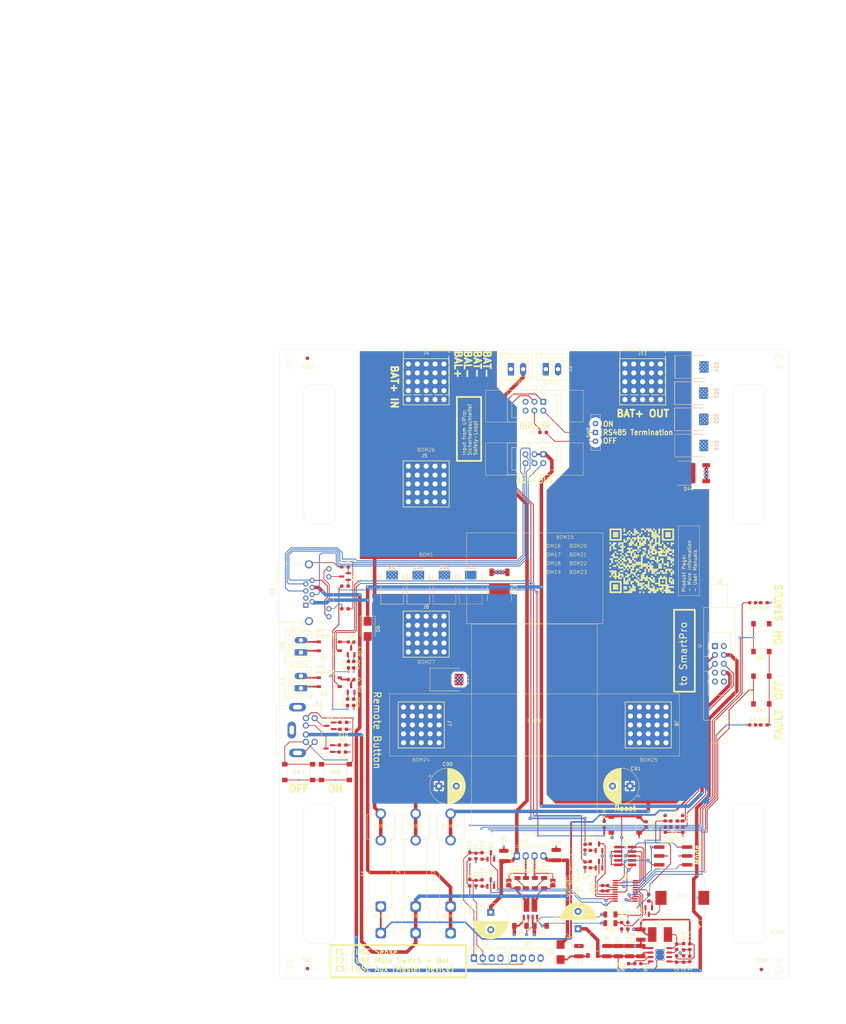
<source format=kicad_pcb>
(kicad_pcb
	(version 20241229)
	(generator "pcbnew")
	(generator_version "9.0")
	(general
		(thickness 1.627)
		(legacy_teardrops no)
	)
	(paper "A3" portrait)
	(layers
		(0 "F.Cu" signal)
		(4 "In1.Cu" signal)
		(6 "In2.Cu" signal)
		(8 "In3.Cu" signal)
		(10 "In4.Cu" signal)
		(2 "B.Cu" signal)
		(9 "F.Adhes" user "F.Adhesive")
		(11 "B.Adhes" user "B.Adhesive")
		(13 "F.Paste" user)
		(15 "B.Paste" user)
		(5 "F.SilkS" user "F.Silkscreen")
		(7 "B.SilkS" user "B.Silkscreen")
		(1 "F.Mask" user)
		(3 "B.Mask" user)
		(17 "Dwgs.User" user "User.Drawings")
		(19 "Cmts.User" user "User.Comments")
		(21 "Eco1.User" user "User.Eco1")
		(23 "Eco2.User" user "User.Eco2")
		(25 "Edge.Cuts" user)
		(27 "Margin" user)
		(31 "F.CrtYd" user "F.Courtyard")
		(29 "B.CrtYd" user "B.Courtyard")
		(35 "F.Fab" user)
		(33 "B.Fab" user)
		(39 "User.1" user)
		(41 "User.2" user)
		(43 "User.3" user)
		(45 "User.4" user)
		(47 "User.5" user)
		(49 "User.6" user)
		(51 "User.7" user)
		(53 "User.8" user)
		(55 "User.9" user)
	)
	(setup
		(stackup
			(layer "F.SilkS"
				(type "Top Silk Screen")
			)
			(layer "F.Paste"
				(type "Top Solder Paste")
			)
			(layer "F.Mask"
				(type "Top Solder Mask")
				(thickness 0.01)
			)
			(layer "F.Cu"
				(type "copper")
				(thickness 0.07)
			)
			(layer "dielectric 1"
				(type "prepreg")
				(thickness 0.1)
				(material "FR4")
				(epsilon_r 4.5)
				(loss_tangent 0.02)
			)
			(layer "In1.Cu"
				(type "copper")
				(thickness 0.07)
			)
			(layer "dielectric 2"
				(type "core")
				(thickness 0.4785)
				(material "FR4")
				(epsilon_r 4.5)
				(loss_tangent 0.02)
			)
			(layer "In2.Cu"
				(type "copper")
				(thickness 0.07)
			)
			(layer "dielectric 3"
				(type "prepreg")
				(thickness 0.1)
				(material "FR4")
				(epsilon_r 4.5)
				(loss_tangent 0.02)
			)
			(layer "In3.Cu"
				(type "copper")
				(thickness 0.035)
			)
			(layer "dielectric 4"
				(type "core")
				(thickness 0.4785)
				(material "FR4")
				(epsilon_r 4.5)
				(loss_tangent 0.02)
			)
			(layer "In4.Cu"
				(type "copper")
				(thickness 0.035)
			)
			(layer "dielectric 5"
				(type "prepreg")
				(thickness 0.1)
				(material "FR4")
				(epsilon_r 4.5)
				(loss_tangent 0.02)
			)
			(layer "B.Cu"
				(type "copper")
				(thickness 0.07)
			)
			(layer "B.Mask"
				(type "Bottom Solder Mask")
				(thickness 0.01)
			)
			(layer "B.Paste"
				(type "Bottom Solder Paste")
			)
			(layer "B.SilkS"
				(type "Bottom Silk Screen")
			)
			(copper_finish "None")
			(dielectric_constraints no)
		)
		(pad_to_mask_clearance 0)
		(allow_soldermask_bridges_in_footprints no)
		(tenting front back)
		(aux_axis_origin 100 120)
		(grid_origin 173 120)
		(pcbplotparams
			(layerselection 0x00000000_00000000_55555555_5755f5ff)
			(plot_on_all_layers_selection 0x00000000_00000000_00000000_00000000)
			(disableapertmacros no)
			(usegerberextensions no)
			(usegerberattributes yes)
			(usegerberadvancedattributes yes)
			(creategerberjobfile yes)
			(dashed_line_dash_ratio 12.000000)
			(dashed_line_gap_ratio 3.000000)
			(svgprecision 4)
			(plotframeref no)
			(mode 1)
			(useauxorigin no)
			(hpglpennumber 1)
			(hpglpenspeed 20)
			(hpglpendiameter 15.000000)
			(pdf_front_fp_property_popups yes)
			(pdf_back_fp_property_popups yes)
			(pdf_metadata yes)
			(pdf_single_document no)
			(dxfpolygonmode yes)
			(dxfimperialunits yes)
			(dxfusepcbnewfont yes)
			(psnegative no)
			(psa4output no)
			(plot_black_and_white yes)
			(plotinvisibletext no)
			(sketchpadsonfab no)
			(plotpadnumbers no)
			(hidednponfab no)
			(sketchdnponfab yes)
			(crossoutdnponfab yes)
			(subtractmaskfromsilk no)
			(outputformat 1)
			(mirror no)
			(drillshape 1)
			(scaleselection 1)
			(outputdirectory "")
		)
	)
	(net 0 "")
	(net 1 "GND")
	(net 2 "Net-(J10-Pin_3)")
	(net 3 "VCC")
	(net 4 "Net-(Q3-B)")
	(net 5 "/RESET")
	(net 6 "/SET")
	(net 7 "/Ub_FUSED")
	(net 8 "Net-(D3-K)")
	(net 9 "Net-(SW5-A)")
	(net 10 "/BMS_OK")
	(net 11 "Net-(U2-VIN)")
	(net 12 "Net-(U2-BST)")
	(net 13 "Net-(U2-SW)")
	(net 14 "Net-(C14-Pad1)")
	(net 15 "Net-(Q4-B)")
	(net 16 "Net-(U2-FB)")
	(net 17 "/B")
	(net 18 "/A")
	(net 19 "Net-(J10-Pin_2)")
	(net 20 "/BTN_ON")
	(net 21 "/BTN_OFF")
	(net 22 "/control/SWCLK")
	(net 23 "Net-(J12-~{RESET})")
	(net 24 "Net-(Q5-B)")
	(net 25 "/control/SWDIO")
	(net 26 "unconnected-(J12-KEY-Pad7)")
	(net 27 "Net-(JP8-A)")
	(net 28 "Net-(Q1-B)")
	(net 29 "/LVP")
	(net 30 "/OVP")
	(net 31 "Net-(Q2-B)")
	(net 32 "Net-(Q6-B)")
	(net 33 "/LED_ERROR")
	(net 34 "/LED_ON")
	(net 35 "Net-(U2-EN{slash}UVLO)")
	(net 36 "Net-(U2-RON)")
	(net 37 "/BMS_OK_PROTECTED")
	(net 38 "/control/R2")
	(net 39 "/control/R1")
	(net 40 "/control/BTN_OFF")
	(net 41 "/control/BTN_ON")
	(net 42 "Net-(BZ1--)")
	(net 43 "Net-(Q8-B)")
	(net 44 "Net-(U1-PA9{slash}PA11)")
	(net 45 "Net-(U1-PC14)")
	(net 46 "Net-(U1-PC15)")
	(net 47 "unconnected-(U2-PGOOD-Pad6)")
	(net 48 "/~{OC_FAULT}")
	(net 49 "/LVP_IN")
	(net 50 "/OVP_IN")
	(net 51 "Net-(D4-K)")
	(net 52 "Net-(D5-K)")
	(net 53 "/control/RELAIS_RESET")
	(net 54 "/control/RELAIS_SET")
	(net 55 "unconnected-(J3-Pin_5-Pad5)")
	(net 56 "unconnected-(J3-Pin_6-Pad6)")
	(net 57 "Net-(J13-Pad10)")
	(net 58 "Net-(Q14-C)")
	(net 59 "/BAT+_IN")
	(net 60 "Net-(J9-Pin_3)")
	(net 61 "/BAT+_SI")
	(net 62 "/BAT+_OUT")
	(net 63 "unconnected-(J9-Pin_7-Pad7)")
	(net 64 "/B_OUT")
	(net 65 "/A_OUT")
	(net 66 "/GND_OUT")
	(net 67 "/+5V_OUT")
	(net 68 "Net-(D6-A)")
	(net 69 "/~{OC_FAULT_PROTECTED}")
	(net 70 "/VCC_FROM_EASY_SWITCH")
	(net 71 "unconnected-(SW5-C-Pad2)")
	(net 72 "Net-(D7-A)")
	(net 73 "Net-(D8-A)")
	(net 74 "Net-(D6-K)")
	(net 75 "Net-(D7-K)")
	(net 76 "Net-(D8-K)")
	(net 77 "Net-(J15-Pin_2)")
	(net 78 "Net-(J15-Pin_1)")
	(net 79 "Net-(J16-Pin_1)")
	(net 80 "Net-(J16-Pin_2)")
	(net 81 "Net-(Q1-C)")
	(net 82 "Net-(Q4-C)")
	(net 83 "Net-(Q1-E)")
	(net 84 "Net-(Q4-E)")
	(net 85 "Net-(Q9-E)")
	(net 86 "Net-(Q12-E)")
	(net 87 "Net-(Q14-E)")
	(net 88 "Net-(Q9-B)")
	(net 89 "Net-(JP7-A)")
	(net 90 "Net-(R17-Pad1)")
	(net 91 "Net-(R19-Pad2)")
	(net 92 "Net-(Q12-B)")
	(net 93 "Net-(Q14-B)")
	(net 94 "unconnected-(J21-Pin_4-Pad4)")
	(net 95 "unconnected-(J21-Pin_3-Pad3)")
	(net 96 "unconnected-(J25-Pin_3-Pad3)")
	(net 97 "unconnected-(J25-Pin_4-Pad4)")
	(footprint "Package_SO:SO-4_4.4x4.3mm_P2.54mm" (layer "F.Cu") (at 114.25 215.25 180))
	(footprint "Capacitor_SMD:C_0603_1608Metric" (layer "F.Cu") (at 187.5 267.5 90))
	(footprint "Connector_IDC:IDC-Header_2x03_P2.54mm_Vertical" (layer "F.Cu") (at 175.54 150 -90))
	(footprint "Resistor_SMD:R_0603_1608Metric_Pad0.98x0.95mm_HandSolder" (layer "F.Cu") (at 175.5 143.75))
	(footprint "Diode_SMD:D_SMC" (layer "F.Cu") (at 147.25 188 90))
	(footprint "Capacitor_SMD:C_0603_1608Metric" (layer "F.Cu") (at 187.5 262.5 90))
	(footprint "LED_SMD:LED_0603_1608Metric" (layer "F.Cu") (at 120.5 203.75 180))
	(footprint "myPackage_SO:HSOP-8-1EP_3.9x4.9mm_P1.27mm_EP2.41x3.1mm_ThermalVias_0.3mm" (layer "F.Cu") (at 208.955 293.3))
	(footprint "Capacitor_SMD:C_0603_1608Metric" (layer "F.Cu") (at 156.25 272.75 90))
	(footprint "Fiducial:Fiducial_1mm_Mask3mm" (layer "F.Cu") (at 108 297.25))
	(footprint "Package_TO_SOT_SMD:SOT-23" (layer "F.Cu") (at 120.5 206.4375 90))
	(footprint "Resistor_SMD:R_1206_3216Metric" (layer "F.Cu") (at 170.57 272.775 -90))
	(footprint "myBOM:BOM_PART_2x2mm" (layer "F.Cu") (at 139 265))
	(footprint "myWürthSHFU:WP-SHFU_7461098_HAL_gewinkelt" (layer "F.Cu") (at 204 129.25))
	(footprint "Resistor_SMD:R_0603_1608Metric_Pad0.98x0.95mm_HandSolder" (layer "F.Cu") (at 199.75 285 -90))
	(footprint "Connector_Phoenix_MC:PhoenixContact_MCV_1,5_2-G-3.5_1x02_P3.50mm_Vertical" (layer "F.Cu") (at 166.2675 125.6425))
	(footprint "Connector_Phoenix_MC:PhoenixContact_MCV_1,5_2-G-3.5_1x02_P3.50mm_Vertical" (layer "F.Cu") (at 106.1425 206.7325 90))
	(footprint "Capacitor_SMD:C_1210_3225Metric" (layer "F.Cu") (at 179.25 264.75 90))
	(footprint "Resistor_SMD:R_1206_3216Metric" (layer "F.Cu") (at 194.75 284.25 180))
	(footprint "Resistor_SMD:R_0603_1608Metric_Pad0.98x0.95mm_HandSolder" (layer "F.Cu") (at 238.75 192.5))
	(footprint "LED_SMD:LED_0603_1608Metric" (layer "F.Cu") (at 120.5 214.5 180))
	(footprint "Resistor_SMD:R_0603_1608Metric_Pad0.98x0.95mm_HandSolder" (layer "F.Cu") (at 118.75 182.25 180))
	(footprint "Resistor_SMD:R_0603_1608Metric_Pad0.98x0.95mm_HandSolder" (layer "F.Cu") (at 118.25 226.75))
	(footprint "myBOM:BOM_PART_2x2mm" (layer "F.Cu") (at 242.5 288.25))
	(footprint "Resistor_SMD:R_0603_1608Metric_Pad0.98x0.95mm_HandSolder" (layer "F.Cu") (at 200 296.75 -90))
	(footprint "Resistor_SMD:R_1206_3216Metric" (layer "F.Cu") (at 175.77 272.775 -90))
	(footprint "Connector_IDC:IDC-Header_2x05_P2.54mm_Latch6.5mm_Vertical" (layer "F.Cu") (at 224.71 204.92))
	(footprint "myBOM:BOM_PART_2x2mm" (layer "F.Cu") (at 142 201.5))
	(footprint "myBOM:BOM_PART_2x2mm" (layer "F.Cu") (at 168 125 180))
	(footprint "Capacitor_SMD:C_0603_1608Metric" (layer "F.Cu") (at 217.5 294.5 -90))
	(footprint "myBOM:BOM_PART_2x2mm" (layer "F.Cu") (at 185.5 185))
	(footprint "Resistor_SMD:R_0603_1608Metric_Pad0.98x0.95mm_HandSolder"
		(layer "F.Cu")
		(uuid "2f5eee8f-ad5d-4a3f-b777-aa9af496fc05")
		(at 118 235.25 180)
		(descr "Resistor SMD 0603 (1608 Metric), square (rectangular) end terminal, IPC_7351 nominal with elongated pad for handsoldering. (Body size source: IPC-SM-782 page 72, https://www.pcb-3d.com/wordpress/wp-content/uploads/ipc-sm-782a_amendment_1_and_2.pdf), generated with kicad-footprint-generator")
		(tags "resistor handsolder")
		(property "Reference" "R9"
			(at 0 -1.43 0)
			(layer "F.SilkS")
			(uuid "b627551c-7dd7-4a60-8963-b940bb482c11")
			(effects
				(font
					(size 1 1)
					(thickness 0.15)
				)
			)
		)
		(property "Value" "100k"
			(at 0 1.43 0)
			(layer "F.Fab")
			(uuid "6f3de334-506a-4c79-92b8-1839fc003413")
			(effects
				(font
					(size 1 1)
					(thickness 0.15)
				)
			)
		)
		(property "Datasheet" ""
			(at 0 0 180)
			(unlocked yes)
			(layer "F.Fab")
			(hide yes)
			(uuid "493b9b14-95d7-4252-81d4-9dcd79694603")
			(effects
				(font
					(size 1.27 1.27)
					(thickness 0.15)
				)
			)
		)
		(property "Description" "100k0 0,1W 1% 0603 SMD"
			(at 0 0 180)
			(unlocked yes)
			(layer "F.Fab")
			(hide yes)
			(uuid "53c5694d-b739-42d3-a1d5-198f2a33fcc5")
			(effects
				(font
					(size 1.27 1.27)
					(thickness 0.15)
				)
			)
		)
		(property "ECS Art#" "R245"
			(at 0 0 180)
			(unlocked yes)
			(layer "F.Fab")
			(hide yes)
			(uuid "c2072f9b-067a-499e-a34d-f3f72fd9f9f0")
			(effects
				(font
					(size 1 1)
					(thickness 0.15)
				)
			)
		)
		(property "HAN" "RC0603FR-07100KL"
			(at 0 0 180)
			(unlocked yes)
			(layer "F.Fab")
			(hide yes)
			(uuid "61fefd88-5200-45bf-bfd2-274edc213976")
			(effects
				(font
					(size 1 1)
					(thickness 0.15)
				)
			)
		)
		(property "Hersteller" "YAGEO"
			(at 0 0 180)
			(unlocked yes)
			(layer "F.Fab")
			(hide yes)
			(uuid "c97ff251-284a-413f-a438-f61def88cf92")
			(effects
				(font
					(size 1 1)
					(thickness 0.15)
				)
			)
		)
		(property ki_fp_filters "R_*")
		(path "/e9af7cb6-1cf8-4c6a-a76b-dc3f538729fa")
		(sheetname "/")
		(sheetfile "powerPro.kicad_sch")
		(attr smd)
		(fp_line
			(start -0.254724 0.5225)
			(end 0.254724 0.5225)
			(stroke
				(width 0.12)
				(type solid)
			)
			(layer "F.SilkS")
			(uuid "1367b1d0-d92c-42f3-a119-72aea0e51620")
		)
		(fp_line
			(start -0.254724 -0.5225)
			(end 0.254724 -0.5225)
			(stroke
				(width 0.12)
				(type solid)
			)
			(layer "F.SilkS")
			(uuid "d38977cc-7bb7-455c-b750-19158693de2e")
		)
		(fp_line
			(start 1.65 0.73)
			(end -1.65 0.73)
			(stroke
				(width 0.05)
				(type solid)
			)
			(layer "F.CrtYd")
			(uuid "6701a37e-9121-4fea-84c8-969de72b0ec1")
		)
		(fp_line
			(start 1.65 -0.73)
			(end 1.65 0.73)
			(stroke
				(width 0.05)
				(type solid)
			)
			(layer "F.CrtYd")
			(uuid "d3cb234b-b58e-49de-9b36-cc5eb0335289")
		)
		(fp_line
			(start -1.65 0.73)
			(end -1.65 -0.73)
			(stroke
				(width 0.05)
				(type solid)
			)
			(layer "F.CrtYd")
			(uuid "ed619591-1622-4a35-ab6a-1cc196507e1f")
		)
		(fp_line
			(start -1.65 -0.73)
			(end 1.65 -0.73)
			(stroke
				(width 0.05)
				(type solid)
			)
			(layer "F.CrtYd")
			(uuid "a916d313-3a73-44ed-8ae7-1f74e6dca25f")
		)
		(fp_line
			(start 0.8 0.4125)
			(end -0.8 0.4125)
			(stroke
				(width 0.1)
				(type solid)
			)
			(layer "F.Fab")
			(uuid "d4ebe73f-fc21-4a4a-bc3e-e605605b8eb1")
		)
		(fp_line
			(start 0.8 -0.4125)
			(end 0.8 0.4125)
			(stroke
				(width 0.1)
				(type solid)
			)
			(layer "F.Fab")
			(uuid "10b16360-3f9e-4073-a169-ed3201f4b9ed")
		)
		(fp_line
			(start -0.8 0.4125)
			(end -0.8 -0.4125)
			(stroke
				(width 0.1)
				(type solid)
			)
			(layer "F.Fab")
			(uuid "0fefff7b-2854-4c6c-9563-5e6bd1ee6a22")
		)
		(fp_line
			(start -0.8 -0.4125)
			(end 0.8 -0.4125)
			(stroke
				(width 0.1)
				(type solid)
			)
			(layer "F.Fab")
			(uuid "f1341ade-9837-433c-ac14-bf5c019ed580")
		)
		(fp_text user "${REFERENCE}"
			(at 0 0 0)
			(layer "F.Fab")
			(uuid "02804e87-ae6d-4d89-baac-aa4435fa5834")
			(effects
				(font
					(size 0.4 0.4)
					(thickness 0.06)
				)
			)
		)
		(pad "1" smd roundrect
			(at -0.9125 0 180)
			(size 0.975 0.95)
			(layers "F.Cu" "F.Mask" "F.Paste")
			(roundrect_rratio 0.25)
			(net 33 "/LED_ERROR")
			(pintype "passive")
			(uuid "5268aa16-84fb-48d4-887c-a9849df37d48")
		)
		(pad "2" smd roundrect
			(at 0.9125 0
... [1902370 chars truncated]
</source>
